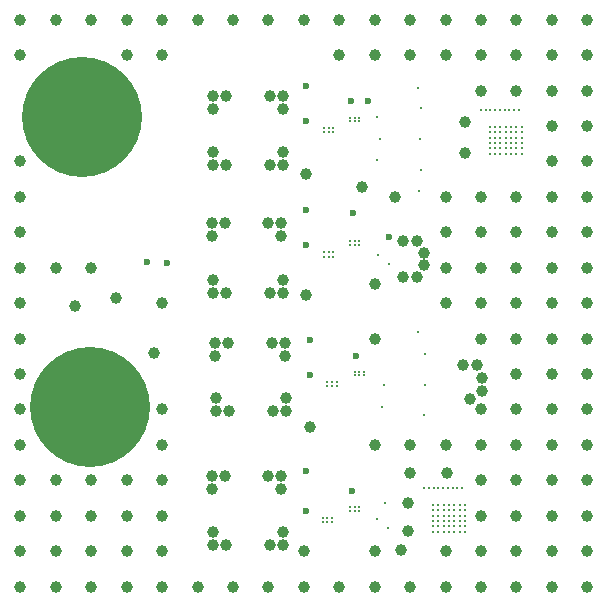
<source format=gbr>
%TF.GenerationSoftware,KiCad,Pcbnew,8.0.0*%
%TF.CreationDate,2024-03-12T18:53:39-07:00*%
%TF.ProjectId,GD_test,47445f74-6573-4742-9e6b-696361645f70,rev?*%
%TF.SameCoordinates,Original*%
%TF.FileFunction,Soldermask,Bot*%
%TF.FilePolarity,Negative*%
%FSLAX46Y46*%
G04 Gerber Fmt 4.6, Leading zero omitted, Abs format (unit mm)*
G04 Created by KiCad (PCBNEW 8.0.0) date 2024-03-12 18:53:39*
%MOMM*%
%LPD*%
G01*
G04 APERTURE LIST*
%ADD10C,10.160000*%
%ADD11C,0.300000*%
%ADD12C,1.000000*%
%ADD13C,0.600000*%
G04 APERTURE END LIST*
D10*
%TO.C,J6*%
X110700000Y-99850000D03*
%TD*%
%TO.C,J5*%
X110000000Y-75300000D03*
%TD*%
D11*
X138750000Y-79800000D03*
X138450000Y-93550000D03*
D12*
X116100000Y-95300000D03*
X137200000Y-88900000D03*
X138350000Y-88900000D03*
X138950000Y-87900000D03*
X138950000Y-86850000D03*
X143850000Y-98550000D03*
X142850000Y-99200000D03*
X143850000Y-97450000D03*
D13*
X117200000Y-87700000D03*
X115500000Y-87650000D03*
D12*
X109450000Y-91350000D03*
X112900000Y-90650000D03*
X125800000Y-115100000D03*
D11*
X142450000Y-109550000D03*
D12*
X133700000Y-81300000D03*
D11*
X133500000Y-75400000D03*
D12*
X149800000Y-91100000D03*
X131800000Y-70100000D03*
D11*
X145900000Y-77550000D03*
X147250000Y-76650000D03*
D12*
X121000000Y-85450000D03*
D11*
X142000000Y-108200000D03*
D12*
X113800000Y-70100000D03*
D11*
X146800000Y-77550000D03*
X130400000Y-109600000D03*
D12*
X104800000Y-88100000D03*
X146800000Y-109100000D03*
X104800000Y-67100000D03*
X104800000Y-100100000D03*
X138398644Y-85857078D03*
X127000000Y-110500000D03*
X104800000Y-70100000D03*
X149800000Y-100100000D03*
X122250000Y-79400000D03*
D11*
X146350000Y-77550000D03*
X140200000Y-108650000D03*
D12*
X121300000Y-94450000D03*
X121150000Y-78300000D03*
D11*
X131600000Y-97800000D03*
D12*
X122100000Y-105700000D03*
D11*
X139000000Y-106750000D03*
D12*
X152800000Y-70100000D03*
X146800000Y-82100000D03*
D11*
X142000000Y-110450000D03*
D12*
X143800000Y-100100000D03*
X125900000Y-90250000D03*
D11*
X146350000Y-78450000D03*
D13*
X129000000Y-83175000D03*
D11*
X135000000Y-109400000D03*
X145000000Y-74750000D03*
D12*
X140800000Y-112100000D03*
X143800000Y-103100000D03*
X137800000Y-105500000D03*
D11*
X144550000Y-78000000D03*
D12*
X104800000Y-106100000D03*
X140800000Y-85100000D03*
D11*
X146350000Y-77100000D03*
X135250000Y-77200000D03*
X142450000Y-108650000D03*
D12*
X107800000Y-109100000D03*
X134800000Y-70100000D03*
X149800000Y-103100000D03*
D11*
X146350000Y-78000000D03*
D12*
X143800000Y-112100000D03*
X127000000Y-89150000D03*
D11*
X135000000Y-79000000D03*
X145000000Y-76650000D03*
X140650000Y-110450000D03*
D12*
X143800000Y-67100000D03*
X121000000Y-106800000D03*
X110800000Y-88100000D03*
D11*
X142450000Y-110450000D03*
X142000000Y-110000000D03*
D12*
X136500000Y-82100000D03*
D11*
X131300000Y-87200000D03*
X145450000Y-76650000D03*
D12*
X143800000Y-70100000D03*
X126900000Y-85450000D03*
X125950000Y-79400000D03*
X122800000Y-67100000D03*
X121150000Y-79400000D03*
D11*
X145450000Y-77550000D03*
X133100000Y-75700000D03*
X145900000Y-77100000D03*
D12*
X121400000Y-100250000D03*
X149800000Y-76100000D03*
X125900000Y-111600000D03*
X152800000Y-94100000D03*
X146800000Y-67100000D03*
D11*
X141550000Y-108650000D03*
X130800000Y-109600000D03*
D12*
X127050000Y-79400000D03*
X116800000Y-112100000D03*
D11*
X147250000Y-78450000D03*
D13*
X129000000Y-105350000D03*
D11*
X130900000Y-86800000D03*
D12*
X122500000Y-100250000D03*
D11*
X138550000Y-81600000D03*
X130500000Y-86800000D03*
D12*
X143800000Y-94100000D03*
D11*
X146800000Y-78000000D03*
X133500000Y-85800000D03*
X130800000Y-98100000D03*
X141550000Y-109550000D03*
D12*
X127300000Y-100250000D03*
X129000000Y-90400000D03*
X128800000Y-112100000D03*
D11*
X132700000Y-86200000D03*
X142450000Y-108200000D03*
X133500000Y-108400000D03*
D12*
X125800000Y-67100000D03*
D11*
X141550000Y-108200000D03*
X140650000Y-110000000D03*
D12*
X119800000Y-115100000D03*
D11*
X144200000Y-74750000D03*
D12*
X122250000Y-73600000D03*
D11*
X144550000Y-76200000D03*
D12*
X122200000Y-111600000D03*
X140800000Y-67100000D03*
X127200000Y-95550000D03*
X127000000Y-111600000D03*
X121300000Y-95550000D03*
D11*
X141100000Y-108200000D03*
D12*
X107800000Y-106100000D03*
D11*
X146600000Y-74750000D03*
D12*
X104800000Y-97100000D03*
D11*
X138650000Y-77200000D03*
X147000000Y-74750000D03*
D12*
X149800000Y-94100000D03*
X116800000Y-106100000D03*
X140800000Y-91100000D03*
X137600000Y-108050000D03*
X113800000Y-106100000D03*
X140800000Y-103100000D03*
D11*
X145000000Y-77100000D03*
D12*
X149800000Y-73100000D03*
X122800000Y-115100000D03*
D11*
X142000000Y-109550000D03*
X144550000Y-76650000D03*
X145450000Y-78450000D03*
D12*
X131800000Y-67100000D03*
D11*
X145000000Y-78000000D03*
X144600000Y-74750000D03*
D12*
X107800000Y-115100000D03*
D11*
X139750000Y-108200000D03*
D12*
X113800000Y-115100000D03*
X126200000Y-100250000D03*
D11*
X145900000Y-76650000D03*
X145450000Y-76200000D03*
X133500000Y-97200000D03*
D12*
X125800000Y-105700000D03*
D11*
X145000000Y-78450000D03*
X130900000Y-76600000D03*
X142000000Y-108650000D03*
X143800000Y-74750000D03*
X147250000Y-78000000D03*
X133500000Y-75700000D03*
X133100000Y-96900000D03*
X145900000Y-78000000D03*
D12*
X104800000Y-103100000D03*
X134800000Y-89500000D03*
D11*
X133500000Y-108700000D03*
D13*
X132900000Y-107000000D03*
D11*
X130500000Y-87200000D03*
D13*
X133000000Y-83500000D03*
D11*
X144550000Y-78450000D03*
X131200000Y-109600000D03*
X140200000Y-110450000D03*
X141000000Y-106750000D03*
D12*
X127050000Y-78300000D03*
X126900000Y-105700000D03*
X110800000Y-109100000D03*
D11*
X135900000Y-110100000D03*
X141100000Y-110450000D03*
D12*
X146800000Y-100100000D03*
X152800000Y-112100000D03*
X127000000Y-90250000D03*
D11*
X132700000Y-108700000D03*
X133100000Y-97200000D03*
D12*
X104800000Y-91100000D03*
X152800000Y-76100000D03*
X116800000Y-109100000D03*
X121000000Y-84350000D03*
X149800000Y-67100000D03*
D11*
X144550000Y-77100000D03*
X139000000Y-100600000D03*
X146800000Y-77100000D03*
D12*
X137000000Y-112000000D03*
D11*
X138750000Y-74600000D03*
D12*
X146800000Y-91100000D03*
D11*
X142450000Y-109100000D03*
X131600000Y-98100000D03*
D12*
X152800000Y-115100000D03*
X146800000Y-103100000D03*
D11*
X142450000Y-110000000D03*
D13*
X133225000Y-95600000D03*
D12*
X116800000Y-67100000D03*
D13*
X129000000Y-108675000D03*
D12*
X116800000Y-103100000D03*
D11*
X131300000Y-76600000D03*
X133100000Y-85800000D03*
X145800000Y-74750000D03*
D12*
X121150000Y-73600000D03*
D11*
X136000000Y-87800000D03*
X140200000Y-108200000D03*
D12*
X104800000Y-94100000D03*
X143500000Y-96300000D03*
X152800000Y-91100000D03*
X104800000Y-82100000D03*
D11*
X133900000Y-96900000D03*
D13*
X129300000Y-94200000D03*
D11*
X135400000Y-99850000D03*
X140650000Y-109100000D03*
D12*
X149800000Y-115100000D03*
X143800000Y-73100000D03*
X146800000Y-112100000D03*
X152800000Y-82100000D03*
X129300000Y-101600000D03*
D11*
X131300000Y-86800000D03*
D12*
X121100000Y-111600000D03*
D13*
X136000000Y-85500000D03*
D12*
X107800000Y-88100000D03*
X137800000Y-115100000D03*
X152800000Y-106100000D03*
X146800000Y-94100000D03*
D11*
X141800000Y-106750000D03*
X145900000Y-78450000D03*
D12*
X127200000Y-94450000D03*
D11*
X133100000Y-108700000D03*
X140200000Y-109100000D03*
X132700000Y-75400000D03*
D12*
X149800000Y-79100000D03*
D11*
X147250000Y-76200000D03*
D12*
X146800000Y-97100000D03*
X104800000Y-109100000D03*
D11*
X140200000Y-110000000D03*
D12*
X152800000Y-109100000D03*
D13*
X129000000Y-86175000D03*
D12*
X104800000Y-79100000D03*
D11*
X135680000Y-108000000D03*
D12*
X152800000Y-100100000D03*
D11*
X132700000Y-85800000D03*
D12*
X146800000Y-106100000D03*
D13*
X129000000Y-72700000D03*
D12*
X142440000Y-75800000D03*
X140800000Y-115100000D03*
D11*
X130500000Y-76600000D03*
X131200000Y-109300000D03*
X140200000Y-106750000D03*
D12*
X134800000Y-103100000D03*
X152800000Y-67100000D03*
D11*
X139750000Y-108650000D03*
X130800000Y-109300000D03*
X146350000Y-76650000D03*
D12*
X127050000Y-73600000D03*
X146800000Y-85100000D03*
X125800000Y-84350000D03*
X121100000Y-90250000D03*
D11*
X133500000Y-86200000D03*
X130500000Y-76300000D03*
D12*
X152800000Y-85100000D03*
D11*
X133100000Y-86200000D03*
D12*
X149800000Y-109100000D03*
X121000000Y-105700000D03*
D11*
X142000000Y-109100000D03*
X139750000Y-109100000D03*
D13*
X134200000Y-74000000D03*
D11*
X131200000Y-98100000D03*
X141100000Y-109550000D03*
D12*
X128800000Y-115100000D03*
D11*
X140600000Y-106750000D03*
D12*
X149800000Y-88100000D03*
D11*
X140200000Y-109550000D03*
D12*
X140800000Y-88100000D03*
D11*
X135550000Y-98000000D03*
D12*
X140800000Y-70050000D03*
X121400000Y-99150000D03*
D11*
X139750000Y-109550000D03*
X145450000Y-78000000D03*
D12*
X116800000Y-115100000D03*
D11*
X130400000Y-109300000D03*
X141550000Y-110000000D03*
X145450000Y-77100000D03*
X133100000Y-75400000D03*
X141100000Y-108650000D03*
X146200000Y-74750000D03*
D12*
X137800000Y-103100000D03*
X113800000Y-112100000D03*
D11*
X140650000Y-108200000D03*
D12*
X134800000Y-67100000D03*
D11*
X139750000Y-110000000D03*
D13*
X129300000Y-97200000D03*
D12*
X152800000Y-103100000D03*
D11*
X139750000Y-110450000D03*
D12*
X146800000Y-115100000D03*
D11*
X146800000Y-76650000D03*
D12*
X134800000Y-115100000D03*
D11*
X139050000Y-95400000D03*
X145900000Y-76200000D03*
D12*
X137800000Y-67100000D03*
X116800000Y-91100000D03*
D11*
X145400000Y-74750000D03*
X141550000Y-110450000D03*
D12*
X110800000Y-115100000D03*
D11*
X133100000Y-108400000D03*
D12*
X149800000Y-85100000D03*
X110800000Y-112100000D03*
D11*
X142200000Y-106750000D03*
D12*
X143800000Y-106100000D03*
D11*
X145000000Y-76200000D03*
D12*
X110800000Y-67100000D03*
D11*
X145000000Y-77550000D03*
X144550000Y-77550000D03*
X141550000Y-109100000D03*
D12*
X122100000Y-84350000D03*
X140900000Y-105500000D03*
X134800000Y-94100000D03*
X121150000Y-74700000D03*
X121100000Y-89150000D03*
D11*
X146800000Y-76200000D03*
D12*
X146800000Y-73100000D03*
X116800000Y-70100000D03*
X152800000Y-88100000D03*
X149800000Y-97100000D03*
X126900000Y-84350000D03*
D11*
X131300000Y-76300000D03*
D12*
X131800000Y-115100000D03*
X149800000Y-82100000D03*
X121100000Y-110500000D03*
D13*
X132775000Y-74000000D03*
D12*
X152800000Y-79100000D03*
D11*
X140650000Y-109550000D03*
D12*
X107800000Y-112100000D03*
D11*
X135050000Y-87050500D03*
X132700000Y-108400000D03*
D13*
X129000000Y-75675000D03*
D12*
X134800000Y-112100000D03*
X149800000Y-106100000D03*
X116800000Y-100100000D03*
X146800000Y-70100000D03*
X149800000Y-70100000D03*
X104800000Y-115100000D03*
D11*
X138450000Y-72900000D03*
D12*
X152800000Y-73100000D03*
X143800000Y-115100000D03*
D11*
X140650000Y-108650000D03*
X147250000Y-77100000D03*
D12*
X104800000Y-85100000D03*
X122400000Y-94450000D03*
D11*
X130900000Y-87200000D03*
D12*
X113800000Y-109100000D03*
X152800000Y-97100000D03*
D11*
X139050000Y-98000000D03*
D12*
X129000000Y-80200000D03*
X143800000Y-85100000D03*
X140800000Y-82100000D03*
X143800000Y-82100000D03*
D11*
X141400000Y-106750000D03*
D12*
X143800000Y-91100000D03*
D11*
X133500000Y-96900000D03*
X139400000Y-106750000D03*
D12*
X137750000Y-70100000D03*
X149800000Y-112100000D03*
D11*
X139800000Y-106750000D03*
D12*
X110800000Y-106100000D03*
X127050000Y-74700000D03*
X113800000Y-67100000D03*
D11*
X135000000Y-75300000D03*
X141100000Y-110000000D03*
D12*
X126100000Y-94450000D03*
D11*
X146800000Y-78450000D03*
D12*
X119800000Y-67100000D03*
X125950000Y-73600000D03*
D11*
X146350000Y-76200000D03*
D12*
X127300000Y-99150000D03*
D11*
X131200000Y-97800000D03*
X130900000Y-76300000D03*
X147250000Y-77550000D03*
D12*
X107800000Y-67100000D03*
X128800000Y-67100000D03*
D11*
X132700000Y-75700000D03*
D12*
X143800000Y-109100000D03*
D11*
X130800000Y-97800000D03*
D12*
X122200000Y-90250000D03*
X126900000Y-106800000D03*
D11*
X141100000Y-109100000D03*
X133900000Y-97200000D03*
D12*
X104800000Y-112100000D03*
X146800000Y-88100000D03*
X143800000Y-88100000D03*
X142300000Y-96300000D03*
X137200000Y-85800000D03*
X142440000Y-78400000D03*
X137600000Y-110400000D03*
M02*

</source>
